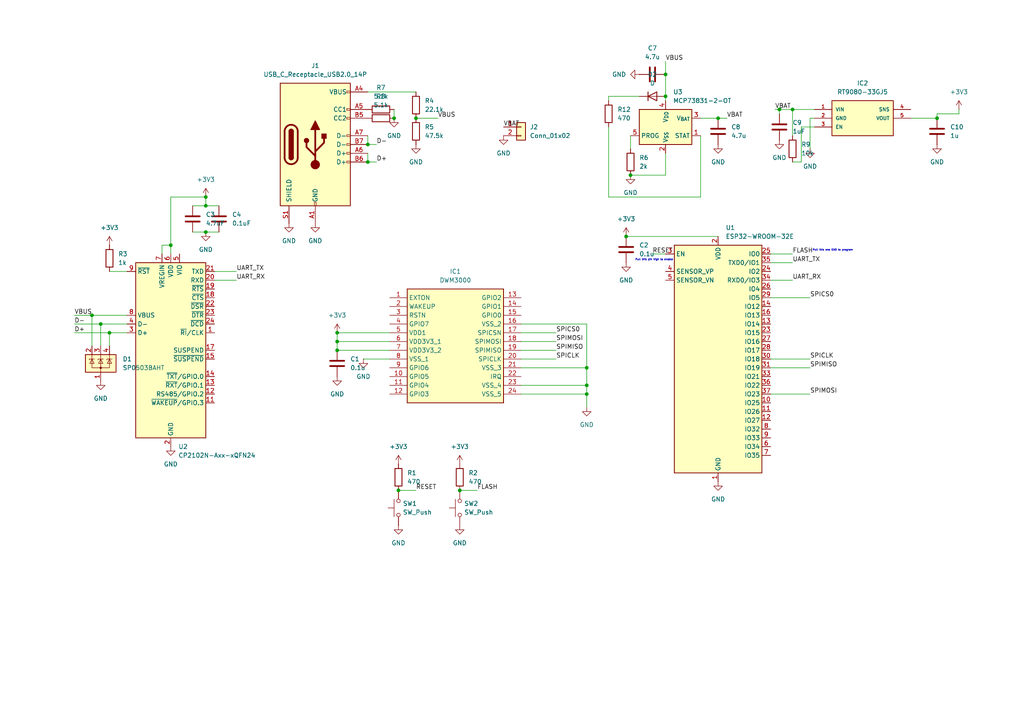
<source format=kicad_sch>
(kicad_sch (version 20231120) (generator "eeschema") (generator_version "8.0")
  (paper "A4")
  (lib_symbols
    (symbol "Battery_Management:MCP73831-2-OT"
      (property "Reference" "U" (at -7.62 6.35 0))
      (property "Value" "MCP73831-2-OT" (at 1.27 6.35 0))
      (symbol "MCP73831-2-OT_0_1"
        (rectangle (start -7.62 5.08) (end 7.62 -5.08) (stroke (width 0.254)) (fill (type background)))
      )
      (symbol "MCP73831-2-OT_1_1"
        (pin tri_state line (at 10.16 -2.54 180) (length 2.54) (name "STAT") (number "1"))
        (pin power_in line (at 0 -7.62 90) (length 2.54) (name "V_{SS}") (number "2"))
        (pin power_out line (at 10.16 2.54 180) (length 2.54) (name "V_{BAT}") (number "3"))
        (pin power_in line (at 0 7.62 270) (length 2.54) (name "V_{DD}") (number "4"))
        (pin input line (at -10.16 -2.54 0) (length 2.54) (name "PROG") (number "5"))
      )
    )
    (symbol "Connector:USB_C_Receptacle_USB2.0_14P" (pin_names (offset 1.016))
      (property "Reference" "J" (at 0 22.225 0))
      (property "Value" "USB_C_Receptacle_USB2.0_14P" (at 0 19.685 0))
      (symbol "USB_C_Receptacle_USB2.0_14P_0_0"
        (rectangle (start -0.254 -17.78) (end 0.254 -16.764))
        (rectangle (start 10.16 -4.826) (end 9.144 -5.334))
        (rectangle (start 10.16 -2.286) (end 9.144 -2.794))
        (rectangle (start 10.16 0.254) (end 9.144 -0.254))
        (rectangle (start 10.16 2.794) (end 9.144 2.286))
        (rectangle (start 10.16 7.874) (end 9.144 7.366))
        (rectangle (start 10.16 10.414) (end 9.144 9.906))
        (rectangle (start 10.16 15.494) (end 9.144 14.986))
      )
      (symbol "USB_C_Receptacle_USB2.0_14P_0_1"
        (rectangle (start -10.16 17.78) (end 10.16 -17.78) (stroke (width 0.254)) (fill (type background)))
        (arc (start -8.89 -3.81) (mid -6.985 -5.7067) (end -5.08 -3.81) (stroke (width 0.508)))
        (arc (start -7.62 -3.81) (mid -6.985 -4.4423) (end -6.35 -3.81) (stroke (width 0.254)))
        (arc (start -7.62 -3.81) (mid -6.985 -4.4423) (end -6.35 -3.81) (stroke (width 0.254)) (fill (type outline)))
        (rectangle (start -7.62 -3.81) (end -6.35 3.81) (stroke (width 0.254)) (fill (type outline)))
        (arc (start -6.35 3.81) (mid -6.985 4.4423) (end -7.62 3.81) (stroke (width 0.254)))
        (arc (start -6.35 3.81) (mid -6.985 4.4423) (end -7.62 3.81) (stroke (width 0.254)) (fill (type outline)))
        (arc (start -5.08 3.81) (mid -6.985 5.7067) (end -8.89 3.81) (stroke (width 0.508)))
        (circle (center -2.54 1.143) (radius 0.635) (stroke (width 0.254)) (fill (type outline)))
        (circle (center 0 -5.842) (radius 1.27) (fill (type outline)))
        (polyline (pts (xy -8.89 -3.81) (xy -8.89 3.81)) (stroke (width 0.508)))
        (polyline (pts (xy -5.08 3.81) (xy -5.08 -3.81)) (stroke (width 0.508)))
        (polyline (pts (xy 0 -5.842) (xy 0 4.318)) (stroke (width 0.508)))
        (polyline (pts (xy 0 -3.302) (xy -2.54 -0.762) (xy -2.54 0.508)) (stroke (width 0.508)))
        (polyline (pts (xy 0 -2.032) (xy 2.54 0.508) (xy 2.54 1.778)) (stroke (width 0.508)))
        (polyline (pts (xy -1.27 4.318) (xy 0 6.858) (xy 1.27 4.318) (xy -1.27 4.318)) (stroke (width 0.254)) (fill (type outline)))
        (rectangle (start 1.905 1.778) (end 3.175 3.048) (stroke (width 0.254)) (fill (type outline)))
      )
      (symbol "USB_C_Receptacle_USB2.0_14P_1_1"
        (pin passive line (at 0 -22.86 90) (length 5.08) (name "GND") (number "A1"))
        (pin passive line (at 0 -22.86 90) (length 5.08) hide (name "GND") (number "A12"))
        (pin passive line (at 15.24 15.24 180) (length 5.08) (name "VBUS") (number "A4"))
        (pin bidirectional line (at 15.24 10.16 180) (length 5.08) (name "CC1") (number "A5"))
        (pin bidirectional line (at 15.24 -2.54 180) (length 5.08) (name "D+") (number "A6"))
        (pin bidirectional line (at 15.24 2.54 180) (length 5.08) (name "D-") (number "A7"))
        (pin passive line (at 15.24 15.24 180) (length 5.08) hide (name "VBUS") (number "A9"))
        (pin passive line (at 0 -22.86 90) (length 5.08) hide (name "GND") (number "B1"))
        (pin passive line (at 0 -22.86 90) (length 5.08) hide (name "GND") (number "B12"))
        (pin passive line (at 15.24 15.24 180) (length 5.08) hide (name "VBUS") (number "B4"))
        (pin bidirectional line (at 15.24 7.62 180) (length 5.08) (name "CC2") (number "B5"))
        (pin bidirectional line (at 15.24 -5.08 180) (length 5.08) (name "D+") (number "B6"))
        (pin bidirectional line (at 15.24 0 180) (length 5.08) (name "D-") (number "B7"))
        (pin passive line (at 15.24 15.24 180) (length 5.08) hide (name "VBUS") (number "B9"))
        (pin passive line (at -7.62 -22.86 90) (length 5.08) (name "SHIELD") (number "S1"))
      )
    )
    (symbol "Connector_Generic:Conn_01x02" (pin_names (offset 1.016) hide)
      (property "Reference" "J" (at 0 2.54 0))
      (property "Value" "Conn_01x02" (at 0 -5.08 0))
      (symbol "Conn_01x02_1_1"
        (rectangle (start -1.27 -2.413) (end 0 -2.667) (stroke (width 0.1524)))
        (rectangle (start -1.27 0.127) (end 0 -0.127) (stroke (width 0.1524)))
        (rectangle (start -1.27 1.27) (end 1.27 -3.81) (stroke (width 0.254)) (fill (type background)))
        (pin passive line (at -5.08 0 0) (length 3.81) (name "Pin_1") (number "1"))
        (pin passive line (at -5.08 -2.54 0) (length 3.81) (name "Pin_2") (number "2"))
      )
    )
    (symbol "DWM3000:DWM3000"
      (property "Reference" "IC" (at 34.29 7.62 0))
      (property "Value" "DWM3000" (at 34.29 5.08 0))
      (symbol "DWM3000_1_1"
        (rectangle (start 5.08 2.54) (end 33.02 -30.48) (stroke (width 0.254)) (fill (type background)))
        (pin passive line (at 0 0 0) (length 5.08) (name "EXTON") (number "1"))
        (pin passive line (at 0 -22.86 0) (length 5.08) (name "GPIO5") (number "10"))
        (pin passive line (at 0 -25.4 0) (length 5.08) (name "GPIO4") (number "11"))
        (pin passive line (at 0 -27.94 0) (length 5.08) (name "GPIO3") (number "12"))
        (pin passive line (at 38.1 0 180) (length 5.08) (name "GPIO2") (number "13"))
        (pin passive line (at 38.1 -2.54 180) (length 5.08) (name "GPIO1") (number "14"))
        (pin passive line (at 38.1 -5.08 180) (length 5.08) (name "GPIO0") (number "15"))
        (pin passive line (at 38.1 -7.62 180) (length 5.08) (name "VSS_2") (number "16"))
        (pin passive line (at 38.1 -10.16 180) (length 5.08) (name "SPICSN") (number "17"))
        (pin passive line (at 38.1 -12.7 180) (length 5.08) (name "SPIMOSI") (number "18"))
        (pin passive line (at 38.1 -15.24 180) (length 5.08) (name "SPIMISO") (number "19"))
        (pin passive line (at 0 -2.54 0) (length 5.08) (name "WAKEUP") (number "2"))
        (pin passive line (at 38.1 -17.78 180) (length 5.08) (name "SPICLK") (number "20"))
        (pin passive line (at 38.1 -20.32 180) (length 5.08) (name "VSS_3") (number "21"))
        (pin passive line (at 38.1 -22.86 180) (length 5.08) (name "IRQ") (number "22"))
        (pin passive line (at 38.1 -25.4 180) (length 5.08) (name "VSS_4") (number "23"))
        (pin passive line (at 38.1 -27.94 180) (length 5.08) (name "VSS_5") (number "24"))
        (pin passive line (at 0 -5.08 0) (length 5.08) (name "RSTN") (number "3"))
        (pin passive line (at 0 -7.62 0) (length 5.08) (name "GPIO7") (number "4"))
        (pin passive line (at 0 -10.16 0) (length 5.08) (name "VDD1") (number "5"))
        (pin passive line (at 0 -12.7 0) (length 5.08) (name "VDD3V3_1") (number "6"))
        (pin passive line (at 0 -15.24 0) (length 5.08) (name "VDD3V3_2") (number "7"))
        (pin passive line (at 0 -17.78 0) (length 5.08) (name "VSS_1") (number "8"))
        (pin passive line (at 0 -20.32 0) (length 5.08) (name "GPIO6") (number "9"))
      )
    )
    (symbol "Device:C" (pin_numbers hide) (pin_names (offset 0.254))
      (property "Reference" "C" (at 0.635 2.54 0))
      (property "Value" "C" (at 0.635 -2.54 0))
      (symbol "C_0_1"
        (polyline (pts (xy -2.032 -0.762) (xy 2.032 -0.762)) (stroke (width 0.508)))
        (polyline (pts (xy -2.032 0.762) (xy 2.032 0.762)) (stroke (width 0.508)))
      )
      (symbol "C_1_1"
        (pin passive line (at 0 3.81 270) (length 2.794) (name "~") (number "1"))
        (pin passive line (at 0 -3.81 90) (length 2.794) (name "~") (number "2"))
      )
    )
    (symbol "Device:D" (pin_numbers hide) (pin_names (offset 1.016) hide)
      (property "Reference" "D" (at 0 2.54 0))
      (property "Value" "D" (at 0 -2.54 0))
      (symbol "D_0_1"
        (polyline (pts (xy -1.27 1.27) (xy -1.27 -1.27)) (stroke (width 0.254)))
        (polyline (pts (xy 1.27 0) (xy -1.27 0)))
        (polyline (pts (xy 1.27 1.27) (xy 1.27 -1.27) (xy -1.27 0) (xy 1.27 1.27)) (stroke (width 0.254)))
      )
      (symbol "D_1_1"
        (pin passive line (at -3.81 0 0) (length 2.54) (name "K") (number "1"))
        (pin passive line (at 3.81 0 180) (length 2.54) (name "A") (number "2"))
      )
    )
    (symbol "Device:R" (pin_numbers hide) (pin_names (offset 0))
      (property "Reference" "R" (at 2.032 0 90))
      (property "Value" "R" (at 0 0 90))
      (symbol "R_0_1"
        (rectangle (start -1.016 -2.54) (end 1.016 2.54) (stroke (width 0.254)))
      )
      (symbol "R_1_1"
        (pin passive line (at 0 3.81 270) (length 1.27) (name "~") (number "1"))
        (pin passive line (at 0 -3.81 90) (length 1.27) (name "~") (number "2"))
      )
    )
    (symbol "Interface_USB:CP2102N-Axx-xQFN24"
      (property "Reference" "U" (at -8.89 26.67 0))
      (property "Value" "CP2102N-Axx-xQFN24" (at 13.97 26.67 0))
      (symbol "CP2102N-Axx-xQFN24_0_1"
        (rectangle (start -10.16 25.4) (end 10.16 -25.4) (stroke (width 0.254)) (fill (type background)))
      )
      (symbol "CP2102N-Axx-xQFN24_1_1"
        (pin bidirectional line (at 12.7 5.08 180) (length 2.54) (name "~{RI}/CLK") (number "1"))
        (pin no_connect line (at -10.16 -22.86 0) (length 2.54) hide (name "NC") (number "10"))
        (pin bidirectional line (at 12.7 -15.24 180) (length 2.54) (name "~{WAKEUP}/GPIO.3") (number "11"))
        (pin bidirectional line (at 12.7 -12.7 180) (length 2.54) (name "RS485/GPIO.2") (number "12"))
        (pin bidirectional line (at 12.7 -10.16 180) (length 2.54) (name "~{RXT}/GPIO.1") (number "13"))
        (pin bidirectional line (at 12.7 -7.62 180) (length 2.54) (name "~{TXT}/GPIO.0") (number "14"))
        (pin output line (at 12.7 -2.54 180) (length 2.54) (name "~{SUSPEND}") (number "15"))
        (pin no_connect line (at 10.16 -22.86 180) (length 2.54) hide (name "NC") (number "16"))
        (pin output line (at 12.7 0 180) (length 2.54) (name "SUSPEND") (number "17"))
        (pin input line (at 12.7 15.24 180) (length 2.54) (name "~{CTS}") (number "18"))
        (pin output line (at 12.7 17.78 180) (length 2.54) (name "~{RTS}") (number "19"))
        (pin power_in line (at 0 -27.94 90) (length 2.54) (name "GND") (number "2"))
        (pin input line (at 12.7 20.32 180) (length 2.54) (name "RXD") (number "20"))
        (pin output line (at 12.7 22.86 180) (length 2.54) (name "TXD") (number "21"))
        (pin input line (at 12.7 12.7 180) (length 2.54) (name "~{DSR}") (number "22"))
        (pin output line (at 12.7 10.16 180) (length 2.54) (name "~{DTR}") (number "23"))
        (pin input line (at 12.7 7.62 180) (length 2.54) (name "~{DCD}") (number "24"))
        (pin passive line (at 0 -27.94 90) (length 2.54) hide (name "GND") (number "25"))
        (pin bidirectional line (at -12.7 5.08 0) (length 2.54) (name "D+") (number "3"))
        (pin bidirectional line (at -12.7 7.62 0) (length 2.54) (name "D-") (number "4"))
        (pin power_in line (at 2.54 27.94 270) (length 2.54) (name "VIO") (number "5"))
        (pin power_in line (at 0 27.94 270) (length 2.54) (name "VDD") (number "6"))
        (pin power_in line (at -2.54 27.94 270) (length 2.54) (name "VREGIN") (number "7"))
        (pin input line (at -12.7 10.16 0) (length 2.54) (name "VBUS") (number "8"))
        (pin input line (at -12.7 22.86 0) (length 2.54) (name "~{RST}") (number "9"))
      )
    )
    (symbol "Power_Protection:SP0503BAHT" (pin_names hide)
      (property "Reference" "D" (at 5.715 2.54 0))
      (property "Value" "SP0503BAHT" (at 5.715 0.635 0))
      (symbol "SP0503BAHT_0_0"
        (pin passive line (at 0 -5.08 90) (length 2.54) (name "A") (number "1"))
      )
      (symbol "SP0503BAHT_0_1"
        (rectangle (start -4.445 2.54) (end 4.445 -2.54) (stroke (width 0.254)) (fill (type background)))
        (circle (center 0 -1.27) (radius 0.254) (fill (type outline)))
        (polyline (pts (xy -2.54 2.54) (xy -2.54 1.27)))
        (polyline (pts (xy 0 -1.27) (xy 0 -2.54)))
        (polyline (pts (xy 0 -1.27) (xy 0 1.27)))
        (polyline (pts (xy 0 2.54) (xy 0 1.27)))
        (polyline (pts (xy 0.635 1.27) (xy 0.762 1.27)))
        (polyline (pts (xy 2.54 2.54) (xy 2.54 1.27)))
        (polyline (pts (xy 0.635 1.27) (xy -0.762 1.27) (xy -0.762 1.016)))
        (polyline (pts (xy -3.302 1.016) (xy -3.302 1.27) (xy -1.905 1.27) (xy -1.778 1.27)))
        (polyline (pts (xy -2.54 1.27) (xy -2.54 -1.27) (xy 2.54 -1.27) (xy 2.54 1.27)))
        (polyline (pts (xy -2.54 1.27) (xy -1.905 0) (xy -3.175 0) (xy -2.54 1.27)))
        (polyline (pts (xy 0.635 0) (xy -0.635 0) (xy 0 1.27) (xy 0.635 0)))
        (polyline (pts (xy 1.778 1.016) (xy 1.778 1.27) (xy 3.175 1.27) (xy 3.302 1.27)))
        (polyline (pts (xy 2.54 1.27) (xy 1.905 0) (xy 3.175 0) (xy 2.54 1.27)))
      )
      (symbol "SP0503BAHT_1_1"
        (pin passive line (at -2.54 5.08 270) (length 2.54) (name "K") (number "2"))
        (pin passive line (at 0 5.08 270) (length 2.54) (name "K") (number "3"))
        (pin passive line (at 2.54 5.08 270) (length 2.54) (name "K") (number "4"))
      )
    )
    (symbol "RF_Module:ESP32-WROOM-32E"
      (property "Reference" "U" (at -12.7 34.29 0))
      (property "Value" "ESP32-WROOM-32E" (at 1.27 34.29 0))
      (symbol "ESP32-WROOM-32E_0_1"
        (rectangle (start -12.7 33.02) (end 12.7 -33.02) (stroke (width 0.254)) (fill (type background)))
      )
      (symbol "ESP32-WROOM-32E_1_1"
        (pin power_in line (at 0 -35.56 90) (length 2.54) (name "GND") (number "1"))
        (pin bidirectional line (at 15.24 -12.7 180) (length 2.54) (name "IO25") (number "10"))
        (pin bidirectional line (at 15.24 -15.24 180) (length 2.54) (name "IO26") (number "11"))
        (pin bidirectional line (at 15.24 -17.78 180) (length 2.54) (name "IO27") (number "12"))
        (pin bidirectional line (at 15.24 10.16 180) (length 2.54) (name "IO14") (number "13"))
        (pin bidirectional line (at 15.24 15.24 180) (length 2.54) (name "IO12") (number "14"))
        (pin passive line (at 0 -35.56 90) (length 2.54) hide (name "GND") (number "15"))
        (pin bidirectional line (at 15.24 12.7 180) (length 2.54) (name "IO13") (number "16"))
        (pin no_connect line (at -12.7 -5.08 0) (length 2.54) hide (name "NC") (number "17"))
        (pin no_connect line (at -12.7 -7.62 0) (length 2.54) hide (name "NC") (number "18"))
        (pin no_connect line (at -12.7 -12.7 0) (length 2.54) hide (name "NC") (number "19"))
        (pin power_in line (at 0 35.56 270) (length 2.54) (name "VDD") (number "2"))
        (pin no_connect line (at -12.7 -10.16 0) (length 2.54) hide (name "NC") (number "20"))
        (pin no_connect line (at -12.7 0 0) (length 2.54) hide (name "NC") (number "21"))
        (pin no_connect line (at -12.7 -2.54 0) (length 2.54) hide (name "NC") (number "22"))
        (pin bidirectional line (at 15.24 7.62 180) (length 2.54) (name "IO15") (number "23"))
        (pin bidirectional line (at 15.24 25.4 180) (length 2.54) (name "IO2") (number "24"))
        (pin bidirectional line (at 15.24 30.48 180) (length 2.54) (name "IO0") (number "25"))
        (pin bidirectional line (at 15.24 20.32 180) (length 2.54) (name "IO4") (number "26"))
        (pin bidirectional line (at 15.24 5.08 180) (length 2.54) (name "IO16") (number "27"))
        (pin bidirectional line (at 15.24 2.54 180) (length 2.54) (name "IO17") (number "28"))
        (pin bidirectional line (at 15.24 17.78 180) (length 2.54) (name "IO5") (number "29"))
        (pin input line (at -15.24 30.48 0) (length 2.54) (name "EN") (number "3"))
        (pin bidirectional line (at 15.24 0 180) (length 2.54) (name "IO18") (number "30"))
        (pin bidirectional line (at 15.24 -2.54 180) (length 2.54) (name "IO19") (number "31"))
        (pin no_connect line (at -12.7 -27.94 0) (length 2.54) hide (name "NC") (number "32"))
        (pin bidirectional line (at 15.24 -5.08 180) (length 2.54) (name "IO21") (number "33"))
        (pin bidirectional line (at 15.24 22.86 180) (length 2.54) (name "RXD0/IO3") (number "34"))
        (pin bidirectional line (at 15.24 27.94 180) (length 2.54) (name "TXD0/IO1") (number "35"))
        (pin bidirectional line (at 15.24 -7.62 180) (length 2.54) (name "IO22") (number "36"))
        (pin bidirectional line (at 15.24 -10.16 180) (length 2.54) (name "IO23") (number "37"))
        (pin passive line (at 0 -35.56 90) (length 2.54) hide (name "GND") (number "38"))
        (pin passive line (at 0 -35.56 90) (length 2.54) hide (name "GND") (number "39"))
        (pin input line (at -15.24 25.4 0) (length 2.54) (name "SENSOR_VP") (number "4"))
        (pin input line (at -15.24 22.86 0) (length 2.54) (name "SENSOR_VN") (number "5"))
        (pin input line (at 15.24 -25.4 180) (length 2.54) (name "IO34") (number "6"))
        (pin input line (at 15.24 -27.94 180) (length 2.54) (name "IO35") (number "7"))
        (pin bidirectional line (at 15.24 -20.32 180) (length 2.54) (name "IO32") (number "8"))
        (pin bidirectional line (at 15.24 -22.86 180) (length 2.54) (name "IO33") (number "9"))
      )
    )
    (symbol "RT9080-33GJ5:RT9080-33GJ5" (pin_names (offset 1.016))
      (property "Reference" "IC" (at 24.13 7.62 0))
      (property "Value" "RT9080-33GJ5" (at 24.13 5.08 0))
      (symbol "RT9080-33GJ5_0_0"
        (rectangle (start 5.08 -7.62) (end 22.86 2.54) (stroke (width 0.254)) (fill (type background)))
        (pin bidirectional line (at 0 0 0) (length 5.08) (name "VIN") (number "1"))
        (pin bidirectional line (at 0 -2.54 0) (length 5.08) (name "GND") (number "2"))
        (pin bidirectional line (at 0 -5.08 0) (length 5.08) (name "EN") (number "3"))
        (pin bidirectional line (at 27.94 0 180) (length 5.08) (name "SNS") (number "4"))
        (pin bidirectional line (at 27.94 -2.54 180) (length 5.08) (name "VOUT") (number "5"))
      )
    )
    (symbol "Switch:SW_Push" (pin_numbers hide) (pin_names (offset 1.016) hide)
      (property "Reference" "SW" (at 1.27 2.54 0))
      (property "Value" "SW_Push" (at 0 -1.524 0))
      (symbol "SW_Push_0_1"
        (circle (center -2.032 0) (radius 0.508))
        (polyline (pts (xy 0 1.27) (xy 0 3.048)))
        (polyline (pts (xy 2.54 1.27) (xy -2.54 1.27)))
        (circle (center 2.032 0) (radius 0.508))
        (pin passive line (at -5.08 0 0) (length 2.54) (name "1") (number "1"))
        (pin passive line (at 5.08 0 180) (length 2.54) (name "2") (number "2"))
      )
    )
    (symbol "power:+3V3" (power) (pin_numbers hide) (pin_names (offset 0) hide)
      (property "Value" "+3V3" (at 0 3.556 0))
      (symbol "+3V3_0_1"
        (polyline (pts (xy -0.762 1.27) (xy 0 2.54)))
        (polyline (pts (xy 0 0) (xy 0 2.54)))
        (polyline (pts (xy 0 2.54) (xy 0.762 1.27)))
      )
      (symbol "+3V3_1_1"
        (pin power_in line (at 0 0 90) (length 0) (name "~") (number "1"))
      )
    )
    (symbol "power:GND" (power) (pin_numbers hide) (pin_names (offset 0) hide)
      (property "Value" "GND" (at 0 -3.81 0))
      (symbol "GND_0_1"
        (polyline (pts (xy 0 0) (xy 0 -1.27) (xy 1.27 -1.27) (xy 0 -2.54) (xy -1.27 -1.27) (xy 0 -1.27)))
      )
      (symbol "GND_1_1"
        (pin power_in line (at 0 0 270) (length 0) (name "~") (number "1"))
      )
    )
  )
  (junction (at 59.69 67.31))
  (junction (at 26.67 91.44))
  (junction (at 271.78 34.29))
  (junction (at 182.88 50.8))
  (junction (at 97.79 96.52))
  (junction (at 193.04 27.94))
  (junction (at 59.69 59.69))
  (junction (at 170.18 111.76))
  (junction (at 120.65 34.29))
  (junction (at 208.28 34.29))
  (junction (at 31.75 96.52))
  (junction (at 193.04 21.59))
  (junction (at 59.69 57.15))
  (junction (at 114.3 34.29))
  (junction (at 229.87 31.75))
  (junction (at 115.57 142.24))
  (junction (at 181.61 68.58))
  (junction (at 170.18 114.3))
  (junction (at 97.79 101.6))
  (junction (at 170.18 106.68))
  (junction (at 97.79 99.06))
  (junction (at 106.68 41.91))
  (junction (at 106.68 46.99))
  (junction (at 29.21 93.98))
  (junction (at 49.53 71.12))
  (junction (at 133.35 142.24))
  (junction (at 226.06 31.75))
  (wire (pts (xy 114.3 31.75) (xy 114.3 34.29)))
  (wire (pts (xy 49.53 57.15) (xy 59.69 57.15)))
  (wire (pts (xy 55.88 59.69) (xy 59.69 59.69)))
  (wire (pts (xy 97.79 96.52) (xy 97.79 99.06)))
  (wire (pts (xy 176.53 36.83) (xy 176.53 57.15)))
  (wire (pts (xy 21.59 91.44) (xy 26.67 91.44)))
  (wire (pts (xy 226.06 31.75) (xy 229.87 31.75)))
  (wire (pts (xy 59.69 57.15) (xy 59.69 59.69)))
  (wire (pts (xy 229.87 46.99) (xy 232.41 46.99)))
  (wire (pts (xy 151.13 101.6) (xy 161.29 101.6)))
  (wire (pts (xy 46.99 71.12) (xy 49.53 71.12)))
  (wire (pts (xy 21.59 93.98) (xy 29.21 93.98)))
  (wire (pts (xy 170.18 114.3) (xy 170.18 118.11)))
  (wire (pts (xy 106.68 46.99) (xy 109.22 46.99)))
  (wire (pts (xy 120.65 34.29) (xy 127 34.29)))
  (wire (pts (xy 55.88 67.31) (xy 59.69 67.31)))
  (wire (pts (xy 170.18 93.98) (xy 170.18 106.68)))
  (wire (pts (xy 106.68 26.67) (xy 120.65 26.67)))
  (wire (pts (xy 26.67 91.44) (xy 36.83 91.44)))
  (wire (pts (xy 151.13 96.52) (xy 161.29 96.52)))
  (wire (pts (xy 29.21 93.98) (xy 29.21 100.33)))
  (wire (pts (xy 21.59 96.52) (xy 31.75 96.52)))
  (wire (pts (xy 29.21 93.98) (xy 36.83 93.98)))
  (wire (pts (xy 264.16 34.29) (xy 271.78 34.29)))
  (wire (pts (xy 208.28 34.29) (xy 210.82 34.29)))
  (wire (pts (xy 193.04 17.78) (xy 193.04 21.59)))
  (wire (pts (xy 223.52 81.28) (xy 229.87 81.28)))
  (wire (pts (xy 234.95 34.29) (xy 234.95 43.18)))
  (wire (pts (xy 97.79 101.6) (xy 113.03 101.6)))
  (wire (pts (xy 223.52 86.36) (xy 234.95 86.36)))
  (wire (pts (xy 97.79 99.06) (xy 113.03 99.06)))
  (wire (pts (xy 46.99 73.66) (xy 46.99 71.12)))
  (wire (pts (xy 236.22 34.29) (xy 234.95 34.29)))
  (wire (pts (xy 182.88 39.37) (xy 182.88 43.18)))
  (wire (pts (xy 59.69 67.31) (xy 63.5 67.31)))
  (wire (pts (xy 106.68 39.37) (xy 106.68 41.91)))
  (wire (pts (xy 223.52 76.2) (xy 229.87 76.2)))
  (wire (pts (xy 232.41 36.83) (xy 236.22 36.83)))
  (wire (pts (xy 278.13 31.75) (xy 278.13 33.02)))
  (wire (pts (xy 189.23 73.66) (xy 193.04 73.66)))
  (wire (pts (xy 223.52 73.66) (xy 229.87 73.66)))
  (wire (pts (xy 278.13 33.02) (xy 271.78 33.02)))
  (wire (pts (xy 151.13 99.06) (xy 161.29 99.06)))
  (wire (pts (xy 151.13 114.3) (xy 170.18 114.3)))
  (wire (pts (xy 59.69 59.69) (xy 63.5 59.69)))
  (wire (pts (xy 133.35 142.24) (xy 138.43 142.24)))
  (wire (pts (xy 62.23 81.28) (xy 68.58 81.28)))
  (wire (pts (xy 271.78 33.02) (xy 271.78 34.29)))
  (wire (pts (xy 182.88 50.8) (xy 193.04 50.8)))
  (wire (pts (xy 223.52 106.68) (xy 234.95 106.68)))
  (wire (pts (xy 193.04 21.59) (xy 193.04 27.94)))
  (wire (pts (xy 176.53 27.94) (xy 176.53 29.21)))
  (wire (pts (xy 176.53 57.15) (xy 203.2 57.15)))
  (wire (pts (xy 226.06 33.02) (xy 226.06 31.75)))
  (wire (pts (xy 105.41 104.14) (xy 113.03 104.14)))
  (wire (pts (xy 151.13 111.76) (xy 170.18 111.76)))
  (wire (pts (xy 31.75 100.33) (xy 31.75 96.52)))
  (wire (pts (xy 229.87 31.75) (xy 229.87 39.37)))
  (wire (pts (xy 203.2 57.15) (xy 203.2 39.37)))
  (wire (pts (xy 224.79 31.75) (xy 226.06 31.75)))
  (wire (pts (xy 232.41 46.99) (xy 232.41 36.83)))
  (wire (pts (xy 106.68 44.45) (xy 106.68 46.99)))
  (wire (pts (xy 193.04 27.94) (xy 193.04 29.21)))
  (wire (pts (xy 31.75 78.74) (xy 36.83 78.74)))
  (wire (pts (xy 115.57 142.24) (xy 120.65 142.24)))
  (wire (pts (xy 151.13 106.68) (xy 170.18 106.68)))
  (wire (pts (xy 185.42 27.94) (xy 176.53 27.94)))
  (wire (pts (xy 223.52 114.3) (xy 234.95 114.3)))
  (wire (pts (xy 97.79 99.06) (xy 97.79 101.6)))
  (wire (pts (xy 170.18 111.76) (xy 170.18 114.3)))
  (wire (pts (xy 106.68 41.91) (xy 109.22 41.91)))
  (wire (pts (xy 151.13 93.98) (xy 170.18 93.98)))
  (wire (pts (xy 31.75 96.52) (xy 36.83 96.52)))
  (wire (pts (xy 193.04 44.45) (xy 193.04 50.8)))
  (wire (pts (xy 151.13 104.14) (xy 161.29 104.14)))
  (wire (pts (xy 229.87 31.75) (xy 236.22 31.75)))
  (wire (pts (xy 49.53 73.66) (xy 49.53 71.12)))
  (wire (pts (xy 181.61 68.58) (xy 208.28 68.58)))
  (wire (pts (xy 203.2 34.29) (xy 208.28 34.29)))
  (wire (pts (xy 170.18 106.68) (xy 170.18 111.76)))
  (wire (pts (xy 26.67 91.44) (xy 26.67 100.33)))
  (wire (pts (xy 97.79 96.52) (xy 113.03 96.52)))
  (wire (pts (xy 62.23 78.74) (xy 68.58 78.74)))
  (wire (pts (xy 223.52 104.14) (xy 234.95 104.14)))
  (wire (pts (xy 49.53 71.12) (xy 49.53 57.15)))
  (text "Pull this one GND to program" (at 241.554 72.644 0) (effects (font (size 0.508 0.508))))
  (text "Pull this pin high to enable" (at 189.738 75.438 0) (effects (font (size 0.508 0.508))))
  (label "RESET" (at 189.23 73.66 0))
  (label "UART_RX" (at 229.87 81.28 0))
  (label "UART_RX" (at 68.58 81.28 0))
  (label "SPICS0" (at 161.29 96.52 0))
  (label "VBUS" (at 21.59 91.44 0))
  (label "VBAT" (at 224.79 31.75 0))
  (label "UART_TX" (at 229.87 76.2 0))
  (label "SPICS0" (at 234.95 86.36 0))
  (label "SPICLK" (at 234.95 104.14 0))
  (label "VBUS" (at 127 34.29 0))
  (label "SPIMOSI" (at 161.29 99.06 0))
  (label "D+" (at 109.22 46.99 0))
  (label "UART_TX" (at 68.58 78.74 0))
  (label "VBAT" (at 146.05 36.83 0))
  (label "D+" (at 21.59 96.52 0))
  (label "D-" (at 21.59 93.98 0))
  (label "VBUS" (at 193.04 17.78 0))
  (label "FLASH" (at 138.43 142.24 0))
  (label "RESET" (at 120.65 142.24 0))
  (label "SPIMOSI" (at 234.95 114.3 0))
  (label "FLASH" (at 229.87 73.66 0))
  (label "SPIMISO" (at 234.95 106.68 0))
  (label "D-" (at 109.22 41.91 0))
  (label "SPIMISO" (at 161.29 101.6 0))
  (label "SPICLK" (at 161.29 104.14 0))
  (label "VBAT" (at 210.82 34.29 0))
  (symbol (lib_id "power:GND") (at 185.42 21.59 270) (unit 1)
    (property "Reference" "#PWR023" (effects (hide yes)))
    (property "Value" "GND" (at 181.61 21.5899 90) (effects (justify right)))
    (property "Description" "Power symbol creates a global label with name \"GND\" , ground" (effects (hide yes)))
  )
  (symbol (lib_id "power:GND") (at 271.78 41.91 0) (unit 1)
    (property "Reference" "#PWR030" (effects (hide yes)))
    (property "Value" "GND" (at 271.78 46.99 0))
    (property "Description" "Power symbol creates a global label with name \"GND\" , ground" (effects (hide yes)))
  )
  (symbol (lib_id "power:GND") (at 226.06 40.64 0) (unit 1)
    (property "Reference" "#PWR031" (effects (hide yes)))
    (property "Value" "GND" (at 226.06 45.72 0))
    (property "Description" "Power symbol creates a global label with name \"GND\" , ground" (effects (hide yes)))
  )
  (symbol (lib_id "power:+3V3") (at 181.61 68.58 0) (unit 1)
    (property "Reference" "#PWR05" (effects (hide yes)))
    (property "Value" "+3V3" (at 181.61 63.5 0))
    (property "Description" "Power symbol creates a global label with name \"+3V3\"" (effects (hide yes)))
  )
  (symbol (lib_id "power:+3V3") (at 97.79 96.52 0) (unit 1)
    (property "Reference" "#PWR04" (effects (hide yes)))
    (property "Value" "+3V3" (at 97.79 91.44 0))
    (property "Description" "Power symbol creates a global label with name \"+3V3\"" (effects (hide yes)))
  )
  (symbol (lib_id "power:GND") (at 234.95 43.18 0) (unit 1)
    (property "Reference" "#PWR028" (effects (hide yes)))
    (property "Value" "GND" (at 234.95 48.26 0))
    (property "Description" "Power symbol creates a global label with name \"GND\" , ground" (effects (hide yes)))
  )
  (symbol (lib_id "power:GND") (at 97.79 109.22 0) (unit 1)
    (property "Reference" "#PWR03" (effects (hide yes)))
    (property "Value" "GND" (at 97.79 114.3 0))
    (property "Description" "Power symbol creates a global label with name \"GND\" , ground" (effects (hide yes)))
  )
  (symbol (lib_id "power:GND") (at 91.44 64.77 0) (unit 1)
    (property "Reference" "#PWR018" (effects (hide yes)))
    (property "Value" "GND" (at 91.44 69.85 0))
    (property "Description" "Power symbol creates a global label with name \"GND\" , ground" (effects (hide yes)))
  )
  (symbol (lib_id "Switch:SW_Push") (at 133.35 147.32 90) (unit 1)
    (property "Reference" "SW2" (at 134.62 146.0499 90) (effects (justify right)))
    (property "Value" "SW_Push" (at 134.62 148.5899 90) (effects (justify right)))
    (property "Footprint" "Button_Switch_SMD:SW_SPST_EVPBF" (effects (hide yes)))
    (property "Description" "Push button switch, generic, two pins" (effects (hide yes)))
  )
  (symbol (lib_id "Interface_USB:CP2102N-Axx-xQFN24") (at 49.53 101.6 0) (unit 1)
    (property "Reference" "U2" (at 51.7241 129.54 0) (effects (justify left)))
    (property "Value" "CP2102N-Axx-xQFN24" (at 51.7241 132.08 0) (effects (justify left)))
    (property "Footprint" "Package_DFN_QFN:QFN-24-1EP_4x4mm_P0.5mm_EP2.6x2.6mm" (effects (hide yes)))
    (property "Datasheet" "https://www.silabs.com/documents/public/data-sheets/cp2102n-datasheet.pdf" (effects (hide yes)))
    (property "Description" "USB to UART master bridge, QFN-24" (effects (hide yes)))
  )
  (symbol (lib_id "Device:R") (at 182.88 46.99 0) (unit 1)
    (property "Reference" "R6" (at 185.42 45.7199 0) (effects (justify left)))
    (property "Value" "2k" (at 185.42 48.2599 0) (effects (justify left)))
    (property "Footprint" "Resistor_SMD:R_0402_1005Metric" (effects (hide yes)))
    (property "Description" "Resistor" (effects (hide yes)))
  )
  (symbol (lib_id "power:GND") (at 146.05 39.37 0) (unit 1)
    (property "Reference" "#PWR025" (effects (hide yes)))
    (property "Value" "GND" (at 146.05 44.45 0))
    (property "Description" "Power symbol creates a global label with name \"GND\" , ground" (effects (hide yes)))
  )
  (symbol (lib_id "Device:R") (at 110.49 34.29 270) (unit 1)
    (property "Reference" "R8" (at 110.49 27.94 90))
    (property "Value" "5.1k" (at 110.49 30.48 90))
    (property "Footprint" "Resistor_SMD:R_0402_1005Metric" (effects (hide yes)))
    (property "Description" "Resistor" (effects (hide yes)))
  )
  (symbol (lib_id "RT9080-33GJ5:RT9080-33GJ5") (at 236.22 31.75 0) (unit 1)
    (property "Reference" "IC2" (at 250.19 24.13 0))
    (property "Value" "RT9080-33GJ5" (at 250.19 26.67 0))
    (property "Footprint" "RT9080-33GJ5 (1):SOT94P280X100-5N" (effects (hide yes)))
    (property "Manufacturer_Name" "RICHTEK" (effects (hide yes)))
    (property "MF" "Richtek USA" (effects (hide yes)))
    (property "Mouser_Price-Stock" "https://www.mouser.co.uk/ProductDetail/Richtek/RT9080-33GJ5?qs=amGC7iS6iy9hJG6yuLjyPQ%3D%3D" (effects (hide yes)))
    (property "Description_1" "\n                        \n                            Linear Voltage Regulator IC Positive Fixed 1 Output  600mA TSOT-23-5\n                        \n" (effects (hide yes)))
    (property "Mouser_Part_Number" "835-RT9080-33GJ5" (effects (hide yes)))
    (property "Price" "None" (effects (hide yes)))
    (property "Package" "TSOT-23 Richtek" (effects (hide yes)))
    (property "Check_prices" "https://www.snapeda.com/parts/RT9080-33GJ5/Richtek/view-part/?ref=eda" (effects (hide yes)))
    (property "Height" "1mm" (effects (hide yes)))
    (property "SnapEDA_Link" "https://www.snapeda.com/parts/RT9080-33GJ5/Richtek/view-part/?ref=snap" (effects (hide yes)))
    (property "MP" "RT9080-33GJ5" (effects (hide yes)))
    (property "Availability" "In Stock" (effects (hide yes)))
    (property "Manufacturer_Part_Number" "RT9080-33GJ5" (effects (hide yes)))
  )
  (symbol (lib_id "Device:R") (at 176.53 33.02 0) (unit 1)
    (property "Reference" "R12" (at 179.07 31.7499 0) (effects (justify left)))
    (property "Value" "470" (at 179.07 34.2899 0) (effects (justify left)))
    (property "Footprint" "Resistor_SMD:R_0402_1005Metric" (effects (hide yes)))
    (property "Description" "Resistor" (effects (hide yes)))
  )
  (symbol (lib_id "power:GND") (at 29.21 110.49 0) (unit 1)
    (property "Reference" "#PWR019" (effects (hide yes)))
    (property "Value" "GND" (at 29.21 115.57 0))
    (property "Description" "Power symbol creates a global label with name \"GND\" , ground" (effects (hide yes)))
  )
  (symbol (lib_id "Device:C") (at 208.28 38.1 0) (unit 1)
    (property "Reference" "C8" (at 212.09 36.8299 0) (effects (justify left)))
    (property "Value" "4.7u" (at 212.09 39.3699 0) (effects (justify left)))
    (property "Footprint" "Capacitor_SMD:C_0201_0603Metric" (effects (hide yes)))
    (property "Description" "Unpolarized capacitor" (effects (hide yes)))
  )
  (symbol (lib_id "Battery_Management:MCP73831-2-OT") (at 193.04 36.83 0) (unit 1)
    (property "Reference" "U3" (at 195.2341 26.67 0) (effects (justify left)))
    (property "Value" "MCP73831-2-OT" (at 195.2341 29.21 0) (effects (justify left)))
    (property "Footprint" "Package_TO_SOT_SMD:SOT-23-5" (effects (hide yes)))
    (property "Datasheet" "http://ww1.microchip.com/downloads/en/DeviceDoc/20001984g.pdf" (effects (hide yes)))
    (property "Description" "Single cell, Li-Ion/Li-Po charge management controller, 4.20V, Tri-State Status Output, in SOT23-5 package" (effects (hide yes)))
  )
  (symbol (lib_id "power:GND") (at 170.18 118.11 0) (unit 1)
    (property "Reference" "#PWR01" (effects (hide yes)))
    (property "Value" "GND" (at 170.18 123.19 0))
    (property "Description" "Power symbol creates a global label with name \"GND\" , ground" (effects (hide yes)))
  )
  (symbol (lib_id "Device:R") (at 31.75 74.93 0) (unit 1)
    (property "Reference" "R3" (at 34.29 73.6599 0) (effects (justify left)))
    (property "Value" "1k" (at 34.29 76.1999 0) (effects (justify left)))
    (property "Footprint" "Resistor_SMD:R_0402_1005Metric" (effects (hide yes)))
    (property "Description" "Resistor" (effects (hide yes)))
  )
  (symbol (lib_id "power:GND") (at 49.53 129.54 0) (unit 1)
    (property "Reference" "#PWR021" (effects (hide yes)))
    (property "Value" "GND" (at 49.53 134.62 0))
    (property "Description" "Power symbol creates a global label with name \"GND\" , ground" (effects (hide yes)))
  )
  (symbol (lib_id "Connector:USB_C_Receptacle_USB2.0_14P") (at 91.44 41.91 0) (unit 1)
    (property "Reference" "J1" (at 91.44 19.05 0))
    (property "Value" "USB_C_Receptacle_USB2.0_14P" (at 91.44 21.59 0))
    (property "Footprint" "Connector_USB:USB_C_Receptacle_GCT_USB4085" (effects (hide yes)))
    (property "Datasheet" "https://www.usb.org/sites/default/files/documents/usb_type-c.zip" (effects (hide yes)))
    (property "Description" "USB 2.0-only 14P Type-C Receptacle connector" (effects (hide yes)))
  )
  (symbol (lib_id "power:+3V3") (at 278.13 31.75 0) (unit 1)
    (property "Reference" "#PWR027" (effects (hide yes)))
    (property "Value" "+3V3" (at 278.13 26.67 0))
    (property "Description" "Power symbol creates a global label with name \"+3V3\"" (effects (hide yes)))
  )
  (symbol (lib_id "power:GND") (at 181.61 76.2 0) (unit 1)
    (property "Reference" "#PWR06" (effects (hide yes)))
    (property "Value" "GND" (at 181.61 81.28 0))
    (property "Description" "Power symbol creates a global label with name \"GND\" , ground" (effects (hide yes)))
  )
  (symbol (lib_id "Device:R") (at 120.65 38.1 0) (unit 1)
    (property "Reference" "R5" (at 123.19 36.8299 0) (effects (justify left)))
    (property "Value" "47.5k" (at 123.19 39.3699 0) (effects (justify left)))
    (property "Footprint" "Resistor_SMD:R_0402_1005Metric" (effects (hide yes)))
    (property "Description" "Resistor" (effects (hide yes)))
  )
  (symbol (lib_id "power:GND") (at 182.88 50.8 0) (unit 1)
    (property "Reference" "#PWR024" (effects (hide yes)))
    (property "Value" "GND" (at 182.88 55.88 0))
    (property "Description" "Power symbol creates a global label with name \"GND\" , ground" (effects (hide yes)))
  )
  (symbol (lib_id "Device:R") (at 120.65 30.48 0) (unit 1)
    (property "Reference" "R4" (at 123.19 29.2099 0) (effects (justify left)))
    (property "Value" "22.1k" (at 123.19 31.7499 0) (effects (justify left)))
    (property "Footprint" "Resistor_SMD:R_0402_1005Metric" (effects (hide yes)))
    (property "Description" "Resistor" (effects (hide yes)))
  )
  (symbol (lib_id "RF_Module:ESP32-WROOM-32E") (at 208.28 104.14 0) (unit 1)
    (property "Reference" "U1" (at 210.4741 66.04 0) (effects (justify left)))
    (property "Value" "ESP32-WROOM-32E" (at 210.4741 68.58 0) (effects (justify left)))
    (property "Footprint" "RF_Module:ESP32-WROOM-32D" (effects (hide yes)))
    (property "Datasheet" "https://www.espressif.com/sites/default/files/documentation/esp32-wroom-32e_esp32-wroom-32ue_datasheet_en.pdf" (effects (hide yes)))
    (property "Description" "RF Module, ESP32-D0WD-V3 SoC, without PSRAM, Wi-Fi 802.11b/g/n, Bluetooth, BLE, 32-bit, 2.7-3.6V, onboard antenna, SMD" (effects (hide yes)))
  )
  (symbol (lib_id "DWM3000:DWM3000") (at 113.03 86.36 0) (unit 1)
    (property "Reference" "IC1" (at 132.08 78.74 0))
    (property "Value" "DWM3000" (at 132.08 81.28 0))
    (property "Footprint" "DWM3000TR13:XCVR_DWM3000TR13" (effects (hide yes)))
    (property "Datasheet" "https://www.qorvo.com/products/p/DWM3000#documents" (effects (hide yes)))
    (property "Description" "6.5 & 8.0 GHz Ultra-Wideband (UWB) Module,Supply voltage: 2.5 to 3.6 V (VDD3V3), 1.62 to 3.6 V (VDD1)." (effects (hide yes)))
    (property "Height" "2.89" (effects (hide yes)))
    (property "Manufacturer_Name" "Qorvo" (effects (hide yes)))
    (property "Manufacturer_Part_Number" "DWM3000" (effects (hide yes)))
    (property "Mouser Part Number" "N/A" (effects (hide yes)))
    (property "Mouser Price/Stock" "https://www.mouser.co.uk/ProductDetail/Qorvo/DWM3000?qs=iLbezkQI%252BsgcUwU6rIS9AQ%3D%3D" (effects (hide yes)))
  )
  (symbol (lib_id "Switch:SW_Push") (at 115.57 147.32 90) (unit 1)
    (property "Reference" "SW1" (at 116.84 146.0499 90) (effects (justify right)))
    (property "Value" "SW_Push" (at 116.84 148.5899 90) (effects (justify right)))
    (property "Footprint" "Button_Switch_SMD:SW_SPST_EVPBF" (effects (hide yes)))
    (property "Description" "Push button switch, generic, two pins" (effects (hide yes)))
  )
  (symbol (lib_id "power:+3V3") (at 115.57 134.62 0) (unit 1)
    (property "Reference" "#PWR09" (effects (hide yes)))
    (property "Value" "+3V3" (at 115.57 129.54 0))
    (property "Description" "Power symbol creates a global label with name \"+3V3\"" (effects (hide yes)))
  )
  (symbol (lib_id "Device:R") (at 133.35 138.43 0) (unit 1)
    (property "Reference" "R2" (at 135.89 137.1599 0) (effects (justify left)))
    (property "Value" "470" (at 135.89 139.6999 0) (effects (justify left)))
    (property "Footprint" "Resistor_SMD:R_0402_1005Metric" (effects (hide yes)))
    (property "Description" "Resistor" (effects (hide yes)))
  )
  (symbol (lib_id "power:+3V3") (at 133.35 134.62 0) (unit 1)
    (property "Reference" "#PWR010" (effects (hide yes)))
    (property "Value" "+3V3" (at 133.35 129.54 0))
    (property "Description" "Power symbol creates a global label with name \"+3V3\"" (effects (hide yes)))
  )
  (symbol (lib_id "power:GND") (at 59.69 67.31 0) (unit 1)
    (property "Reference" "#PWR014" (effects (hide yes)))
    (property "Value" "GND" (at 59.69 72.39 0))
    (property "Description" "Power symbol creates a global label with name \"GND\" , ground" (effects (hide yes)))
  )
  (symbol (lib_id "Device:R") (at 110.49 31.75 90) (unit 1)
    (property "Reference" "R7" (at 110.49 25.4 90))
    (property "Value" "5.1k" (at 110.49 27.94 90))
    (property "Footprint" "Resistor_SMD:R_0402_1005Metric" (effects (hide yes)))
    (property "Description" "Resistor" (effects (hide yes)))
  )
  (symbol (lib_id "Device:C") (at 226.06 36.83 0) (unit 1)
    (property "Reference" "C9" (at 229.87 35.5599 0) (effects (justify left)))
    (property "Value" "1uF" (at 229.87 38.0999 0) (effects (justify left)))
    (property "Footprint" "Capacitor_SMD:C_0201_0603Metric" (effects (hide yes)))
    (property "Description" "Unpolarized capacitor" (effects (hide yes)))
  )
  (symbol (lib_id "power:+3V3") (at 59.69 57.15 0) (unit 1)
    (property "Reference" "#PWR013" (effects (hide yes)))
    (property "Value" "+3V3" (at 59.69 52.07 0))
    (property "Description" "Power symbol creates a global label with name \"+3V3\"" (effects (hide yes)))
  )
  (symbol (lib_id "power:GND") (at 208.28 41.91 0) (unit 1)
    (property "Reference" "#PWR026" (effects (hide yes)))
    (property "Value" "GND" (at 208.28 46.99 0))
    (property "Description" "Power symbol creates a global label with name \"GND\" , ground" (effects (hide yes)))
  )
  (symbol (lib_id "power:GND") (at 115.57 152.4 0) (unit 1)
    (property "Reference" "#PWR08" (effects (hide yes)))
    (property "Value" "GND" (at 115.57 157.48 0))
    (property "Description" "Power symbol creates a global label with name \"GND\" , ground" (effects (hide yes)))
  )
  (symbol (lib_id "power:GND") (at 114.3 34.29 0) (unit 1)
    (property "Reference" "#PWR022" (effects (hide yes)))
    (property "Value" "GND" (at 114.3 39.37 0))
    (property "Description" "Power symbol creates a global label with name \"GND\" , ground" (effects (hide yes)))
  )
  (symbol (lib_id "power:GND") (at 83.82 64.77 0) (unit 1)
    (property "Reference" "#PWR020" (effects (hide yes)))
    (property "Value" "GND" (at 83.82 69.85 0))
    (property "Description" "Power symbol creates a global label with name \"GND\" , ground" (effects (hide yes)))
  )
  (symbol (lib_id "power:GND") (at 208.28 139.7 0) (unit 1)
    (property "Reference" "#PWR07" (effects (hide yes)))
    (property "Value" "GND" (at 208.28 144.78 0))
    (property "Description" "Power symbol creates a global label with name \"GND\" , ground" (effects (hide yes)))
  )
  (symbol (lib_id "Device:R") (at 115.57 138.43 0) (unit 1)
    (property "Reference" "R1" (at 118.11 137.1599 0) (effects (justify left)))
    (property "Value" "470" (at 118.11 139.6999 0) (effects (justify left)))
    (property "Footprint" "Resistor_SMD:R_0402_1005Metric" (effects (hide yes)))
    (property "Description" "Resistor" (effects (hide yes)))
  )
  (symbol (lib_id "Device:D") (at 189.23 27.94 0) (unit 1)
    (property "Reference" "D2" (at 189.23 21.59 0))
    (property "Value" "D" (at 189.23 24.13 0))
    (property "Footprint" "LED_SMD:LED_0603_1608Metric" (effects (hide yes)))
    (property "Description" "Diode" (effects (hide yes)))
    (property "Sim.Device" "D" (effects (hide yes)))
    (property "Sim.Pins" "1=K 2=A" (effects (hide yes)))
  )
  (symbol (lib_id "power:GND") (at 105.41 104.14 0) (unit 1)
    (property "Reference" "#PWR02" (effects (hide yes)))
    (property "Value" "GND" (at 105.41 109.22 0))
    (property "Description" "Power symbol creates a global label with name \"GND\" , ground" (effects (hide yes)))
  )
  (symbol (lib_id "Device:C") (at 181.61 72.39 0) (unit 1)
    (property "Reference" "C2" (at 185.42 71.1199 0) (effects (justify left)))
    (property "Value" "0.1u" (at 185.42 73.6599 0) (effects (justify left)))
    (property "Footprint" "Capacitor_SMD:C_0201_0603Metric" (effects (hide yes)))
    (property "Description" "Unpolarized capacitor" (effects (hide yes)))
  )
  (symbol (lib_id "power:+3V3") (at 31.75 71.12 0) (unit 1)
    (property "Reference" "#PWR012" (effects (hide yes)))
    (property "Value" "+3V3" (at 31.75 66.04 0))
    (property "Description" "Power symbol creates a global label with name \"+3V3\"" (effects (hide yes)))
  )
  (symbol (lib_id "power:GND") (at 133.35 152.4 0) (unit 1)
    (property "Reference" "#PWR011" (effects (hide yes)))
    (property "Value" "GND" (at 133.35 157.48 0))
    (property "Description" "Power symbol creates a global label with name \"GND\" , ground" (effects (hide yes)))
  )
  (symbol (lib_id "Device:C") (at 55.88 63.5 0) (unit 1)
    (property "Reference" "C3" (at 59.69 62.2299 0) (effects (justify left)))
    (property "Value" "4.7uF" (at 59.69 64.7699 0) (effects (justify left)))
    (property "Footprint" "Capacitor_SMD:C_0201_0603Metric" (effects (hide yes)))
    (property "Description" "Unpolarized capacitor" (effects (hide yes)))
  )
  (symbol (lib_id "Device:C") (at 63.5 63.5 0) (unit 1)
    (property "Reference" "C4" (at 67.31 62.2299 0) (effects (justify left)))
    (property "Value" "0.1uF" (at 67.31 64.7699 0) (effects (justify left)))
    (property "Footprint" "Capacitor_SMD:C_0201_0603Metric" (effects (hide yes)))
    (property "Description" "Unpolarized capacitor" (effects (hide yes)))
  )
  (symbol (lib_id "Connector_Generic:Conn_01x02") (at 151.13 36.83 0) (unit 1)
    (property "Reference" "J2" (at 153.67 36.8299 0) (effects (justify left)))
    (property "Value" "Conn_01x02" (at 153.67 39.3699 0) (effects (justify left)))
    (property "Footprint" "Connector_JST:JST_PH_B2B-PH-SM4-TB_1x02-1MP_P2.00mm_Vertical" (effects (hide yes)))
    (property "Description" "Generic connector, single row, 01x02, script generated (kicad-library-utils/schlib/autogen/connector/)" (effects (hide yes)))
  )
  (symbol (lib_id "Device:C") (at 189.23 21.59 90) (unit 1)
    (property "Reference" "C7" (at 189.23 13.97 90))
    (property "Value" "4.7u" (at 189.23 16.51 90))
    (property "Footprint" "Capacitor_SMD:C_0201_0603Metric" (effects (hide yes)))
    (property "Description" "Unpolarized capacitor" (effects (hide yes)))
  )
  (symbol (lib_id "Device:C") (at 97.79 105.41 0) (unit 1)
    (property "Reference" "C1" (at 101.6 104.1399 0) (effects (justify left)))
    (property "Value" "0.1u" (at 101.6 106.6799 0) (effects (justify left)))
    (property "Footprint" "Capacitor_SMD:C_0201_0603Metric" (effects (hide yes)))
    (property "Description" "Unpolarized capacitor" (effects (hide yes)))
  )
  (symbol (lib_id "power:GND") (at 120.65 41.91 0) (unit 1)
    (property "Reference" "#PWR017" (effects (hide yes)))
    (property "Value" "GND" (at 120.65 46.99 0))
    (property "Description" "Power symbol creates a global label with name \"GND\" , ground" (effects (hide yes)))
  )
  (symbol (lib_id "Device:R") (at 229.87 43.18 0) (unit 1)
    (property "Reference" "R9" (at 232.41 41.9099 0) (effects (justify left)))
    (property "Value" "10k" (at 232.41 44.4499 0) (effects (justify left)))
    (property "Footprint" "Resistor_SMD:R_0402_1005Metric" (effects (hide yes)))
    (property "Description" "Resistor" (effects (hide yes)))
  )
  (symbol (lib_id "Device:C") (at 271.78 38.1 0) (unit 1)
    (property "Reference" "C10" (at 275.59 36.8299 0) (effects (justify left)))
    (property "Value" "1u" (at 275.59 39.3699 0) (effects (justify left)))
    (property "Footprint" "Capacitor_SMD:C_0201_0603Metric" (effects (hide yes)))
    (property "Description" "Unpolarized capacitor" (effects (hide yes)))
  )
  (symbol (lib_id "Power_Protection:SP0503BAHT") (at 29.21 105.41 0) (unit 1)
    (property "Reference" "D1" (at 35.56 104.1399 0) (effects (justify left)))
    (property "Value" "SP0503BAHT" (at 35.56 106.6799 0) (effects (justify left)))
    (property "Footprint" "Package_TO_SOT_SMD:SOT-143" (effects (hide yes)))
    (property "Datasheet" "http://www.littelfuse.com/~/media/files/littelfuse/technical%20resources/documents/data%20sheets/sp05xxba.pdf" (effects (hide yes)))
    (property "Description" "TVS Diode Array, 5.5V Standoff, 3 Channels, SOT-143 package" (effects (hide yes)))
  )
)
</source>
